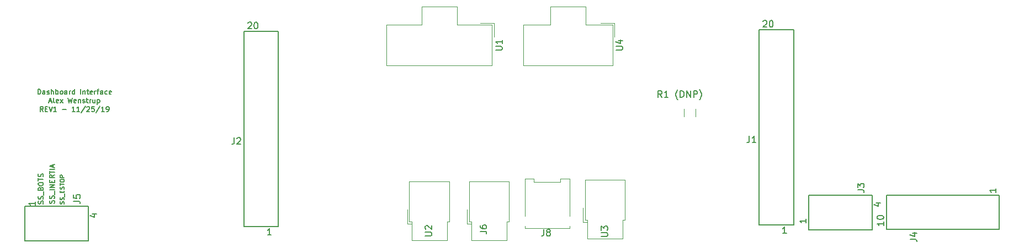
<source format=gto>
G04 #@! TF.GenerationSoftware,KiCad,Pcbnew,5.0.2-bee76a0~70~ubuntu18.04.1*
G04 #@! TF.CreationDate,2019-11-25T08:18:34-05:00*
G04 #@! TF.ProjectId,interface,696e7465-7266-4616-9365-2e6b69636164,rev?*
G04 #@! TF.SameCoordinates,Original*
G04 #@! TF.FileFunction,Legend,Top*
G04 #@! TF.FilePolarity,Positive*
%FSLAX46Y46*%
G04 Gerber Fmt 4.6, Leading zero omitted, Abs format (unit mm)*
G04 Created by KiCad (PCBNEW 5.0.2-bee76a0~70~ubuntu18.04.1) date Mon 25 Nov 2019 08:18:34 AM EST*
%MOMM*%
%LPD*%
G01*
G04 APERTURE LIST*
%ADD10C,0.190500*%
%ADD11C,0.152400*%
%ADD12C,0.120000*%
%ADD13C,0.150000*%
G04 APERTURE END LIST*
D10*
X78221114Y-72849014D02*
X78221114Y-72087014D01*
X78402542Y-72087014D01*
X78511400Y-72123300D01*
X78583971Y-72195871D01*
X78620257Y-72268442D01*
X78656542Y-72413585D01*
X78656542Y-72522442D01*
X78620257Y-72667585D01*
X78583971Y-72740157D01*
X78511400Y-72812728D01*
X78402542Y-72849014D01*
X78221114Y-72849014D01*
X79309685Y-72849014D02*
X79309685Y-72449871D01*
X79273400Y-72377300D01*
X79200828Y-72341014D01*
X79055685Y-72341014D01*
X78983114Y-72377300D01*
X79309685Y-72812728D02*
X79237114Y-72849014D01*
X79055685Y-72849014D01*
X78983114Y-72812728D01*
X78946828Y-72740157D01*
X78946828Y-72667585D01*
X78983114Y-72595014D01*
X79055685Y-72558728D01*
X79237114Y-72558728D01*
X79309685Y-72522442D01*
X79636257Y-72812728D02*
X79708828Y-72849014D01*
X79853971Y-72849014D01*
X79926542Y-72812728D01*
X79962828Y-72740157D01*
X79962828Y-72703871D01*
X79926542Y-72631300D01*
X79853971Y-72595014D01*
X79745114Y-72595014D01*
X79672542Y-72558728D01*
X79636257Y-72486157D01*
X79636257Y-72449871D01*
X79672542Y-72377300D01*
X79745114Y-72341014D01*
X79853971Y-72341014D01*
X79926542Y-72377300D01*
X80289400Y-72849014D02*
X80289400Y-72087014D01*
X80615971Y-72849014D02*
X80615971Y-72449871D01*
X80579685Y-72377300D01*
X80507114Y-72341014D01*
X80398257Y-72341014D01*
X80325685Y-72377300D01*
X80289400Y-72413585D01*
X80978828Y-72849014D02*
X80978828Y-72087014D01*
X80978828Y-72377300D02*
X81051400Y-72341014D01*
X81196542Y-72341014D01*
X81269114Y-72377300D01*
X81305400Y-72413585D01*
X81341685Y-72486157D01*
X81341685Y-72703871D01*
X81305400Y-72776442D01*
X81269114Y-72812728D01*
X81196542Y-72849014D01*
X81051400Y-72849014D01*
X80978828Y-72812728D01*
X81777114Y-72849014D02*
X81704542Y-72812728D01*
X81668257Y-72776442D01*
X81631971Y-72703871D01*
X81631971Y-72486157D01*
X81668257Y-72413585D01*
X81704542Y-72377300D01*
X81777114Y-72341014D01*
X81885971Y-72341014D01*
X81958542Y-72377300D01*
X81994828Y-72413585D01*
X82031114Y-72486157D01*
X82031114Y-72703871D01*
X81994828Y-72776442D01*
X81958542Y-72812728D01*
X81885971Y-72849014D01*
X81777114Y-72849014D01*
X82684257Y-72849014D02*
X82684257Y-72449871D01*
X82647971Y-72377300D01*
X82575400Y-72341014D01*
X82430257Y-72341014D01*
X82357685Y-72377300D01*
X82684257Y-72812728D02*
X82611685Y-72849014D01*
X82430257Y-72849014D01*
X82357685Y-72812728D01*
X82321400Y-72740157D01*
X82321400Y-72667585D01*
X82357685Y-72595014D01*
X82430257Y-72558728D01*
X82611685Y-72558728D01*
X82684257Y-72522442D01*
X83047114Y-72849014D02*
X83047114Y-72341014D01*
X83047114Y-72486157D02*
X83083400Y-72413585D01*
X83119685Y-72377300D01*
X83192257Y-72341014D01*
X83264828Y-72341014D01*
X83845400Y-72849014D02*
X83845400Y-72087014D01*
X83845400Y-72812728D02*
X83772828Y-72849014D01*
X83627685Y-72849014D01*
X83555114Y-72812728D01*
X83518828Y-72776442D01*
X83482542Y-72703871D01*
X83482542Y-72486157D01*
X83518828Y-72413585D01*
X83555114Y-72377300D01*
X83627685Y-72341014D01*
X83772828Y-72341014D01*
X83845400Y-72377300D01*
X84788828Y-72849014D02*
X84788828Y-72087014D01*
X85151685Y-72341014D02*
X85151685Y-72849014D01*
X85151685Y-72413585D02*
X85187971Y-72377300D01*
X85260542Y-72341014D01*
X85369400Y-72341014D01*
X85441971Y-72377300D01*
X85478257Y-72449871D01*
X85478257Y-72849014D01*
X85732257Y-72341014D02*
X86022542Y-72341014D01*
X85841114Y-72087014D02*
X85841114Y-72740157D01*
X85877400Y-72812728D01*
X85949971Y-72849014D01*
X86022542Y-72849014D01*
X86566828Y-72812728D02*
X86494257Y-72849014D01*
X86349114Y-72849014D01*
X86276542Y-72812728D01*
X86240257Y-72740157D01*
X86240257Y-72449871D01*
X86276542Y-72377300D01*
X86349114Y-72341014D01*
X86494257Y-72341014D01*
X86566828Y-72377300D01*
X86603114Y-72449871D01*
X86603114Y-72522442D01*
X86240257Y-72595014D01*
X86929685Y-72849014D02*
X86929685Y-72341014D01*
X86929685Y-72486157D02*
X86965971Y-72413585D01*
X87002257Y-72377300D01*
X87074828Y-72341014D01*
X87147400Y-72341014D01*
X87292542Y-72341014D02*
X87582828Y-72341014D01*
X87401400Y-72849014D02*
X87401400Y-72195871D01*
X87437685Y-72123300D01*
X87510257Y-72087014D01*
X87582828Y-72087014D01*
X88163400Y-72849014D02*
X88163400Y-72449871D01*
X88127114Y-72377300D01*
X88054542Y-72341014D01*
X87909400Y-72341014D01*
X87836828Y-72377300D01*
X88163400Y-72812728D02*
X88090828Y-72849014D01*
X87909400Y-72849014D01*
X87836828Y-72812728D01*
X87800542Y-72740157D01*
X87800542Y-72667585D01*
X87836828Y-72595014D01*
X87909400Y-72558728D01*
X88090828Y-72558728D01*
X88163400Y-72522442D01*
X88852828Y-72812728D02*
X88780257Y-72849014D01*
X88635114Y-72849014D01*
X88562542Y-72812728D01*
X88526257Y-72776442D01*
X88489971Y-72703871D01*
X88489971Y-72486157D01*
X88526257Y-72413585D01*
X88562542Y-72377300D01*
X88635114Y-72341014D01*
X88780257Y-72341014D01*
X88852828Y-72377300D01*
X89469685Y-72812728D02*
X89397114Y-72849014D01*
X89251971Y-72849014D01*
X89179400Y-72812728D01*
X89143114Y-72740157D01*
X89143114Y-72449871D01*
X89179400Y-72377300D01*
X89251971Y-72341014D01*
X89397114Y-72341014D01*
X89469685Y-72377300D01*
X89505971Y-72449871D01*
X89505971Y-72522442D01*
X89143114Y-72595014D01*
X79980971Y-73964800D02*
X80343828Y-73964800D01*
X79908400Y-74182514D02*
X80162400Y-73420514D01*
X80416400Y-74182514D01*
X80779257Y-74182514D02*
X80706685Y-74146228D01*
X80670400Y-74073657D01*
X80670400Y-73420514D01*
X81359828Y-74146228D02*
X81287257Y-74182514D01*
X81142114Y-74182514D01*
X81069542Y-74146228D01*
X81033257Y-74073657D01*
X81033257Y-73783371D01*
X81069542Y-73710800D01*
X81142114Y-73674514D01*
X81287257Y-73674514D01*
X81359828Y-73710800D01*
X81396114Y-73783371D01*
X81396114Y-73855942D01*
X81033257Y-73928514D01*
X81650114Y-74182514D02*
X82049257Y-73674514D01*
X81650114Y-73674514D02*
X82049257Y-74182514D01*
X82847542Y-73420514D02*
X83028971Y-74182514D01*
X83174114Y-73638228D01*
X83319257Y-74182514D01*
X83500685Y-73420514D01*
X84081257Y-74146228D02*
X84008685Y-74182514D01*
X83863542Y-74182514D01*
X83790971Y-74146228D01*
X83754685Y-74073657D01*
X83754685Y-73783371D01*
X83790971Y-73710800D01*
X83863542Y-73674514D01*
X84008685Y-73674514D01*
X84081257Y-73710800D01*
X84117542Y-73783371D01*
X84117542Y-73855942D01*
X83754685Y-73928514D01*
X84444114Y-73674514D02*
X84444114Y-74182514D01*
X84444114Y-73747085D02*
X84480400Y-73710800D01*
X84552971Y-73674514D01*
X84661828Y-73674514D01*
X84734400Y-73710800D01*
X84770685Y-73783371D01*
X84770685Y-74182514D01*
X85097257Y-74146228D02*
X85169828Y-74182514D01*
X85314971Y-74182514D01*
X85387542Y-74146228D01*
X85423828Y-74073657D01*
X85423828Y-74037371D01*
X85387542Y-73964800D01*
X85314971Y-73928514D01*
X85206114Y-73928514D01*
X85133542Y-73892228D01*
X85097257Y-73819657D01*
X85097257Y-73783371D01*
X85133542Y-73710800D01*
X85206114Y-73674514D01*
X85314971Y-73674514D01*
X85387542Y-73710800D01*
X85641542Y-73674514D02*
X85931828Y-73674514D01*
X85750400Y-73420514D02*
X85750400Y-74073657D01*
X85786685Y-74146228D01*
X85859257Y-74182514D01*
X85931828Y-74182514D01*
X86185828Y-74182514D02*
X86185828Y-73674514D01*
X86185828Y-73819657D02*
X86222114Y-73747085D01*
X86258400Y-73710800D01*
X86330971Y-73674514D01*
X86403542Y-73674514D01*
X86984114Y-73674514D02*
X86984114Y-74182514D01*
X86657542Y-73674514D02*
X86657542Y-74073657D01*
X86693828Y-74146228D01*
X86766400Y-74182514D01*
X86875257Y-74182514D01*
X86947828Y-74146228D01*
X86984114Y-74109942D01*
X87346971Y-73674514D02*
X87346971Y-74436514D01*
X87346971Y-73710800D02*
X87419542Y-73674514D01*
X87564685Y-73674514D01*
X87637257Y-73710800D01*
X87673542Y-73747085D01*
X87709828Y-73819657D01*
X87709828Y-74037371D01*
X87673542Y-74109942D01*
X87637257Y-74146228D01*
X87564685Y-74182514D01*
X87419542Y-74182514D01*
X87346971Y-74146228D01*
X79019400Y-75516014D02*
X78765400Y-75153157D01*
X78583971Y-75516014D02*
X78583971Y-74754014D01*
X78874257Y-74754014D01*
X78946828Y-74790300D01*
X78983114Y-74826585D01*
X79019400Y-74899157D01*
X79019400Y-75008014D01*
X78983114Y-75080585D01*
X78946828Y-75116871D01*
X78874257Y-75153157D01*
X78583971Y-75153157D01*
X79345971Y-75116871D02*
X79599971Y-75116871D01*
X79708828Y-75516014D02*
X79345971Y-75516014D01*
X79345971Y-74754014D01*
X79708828Y-74754014D01*
X79926542Y-74754014D02*
X80180542Y-75516014D01*
X80434542Y-74754014D01*
X81087685Y-75516014D02*
X80652257Y-75516014D01*
X80869971Y-75516014D02*
X80869971Y-74754014D01*
X80797400Y-74862871D01*
X80724828Y-74935442D01*
X80652257Y-74971728D01*
X81994828Y-75225728D02*
X82575400Y-75225728D01*
X83917971Y-75516014D02*
X83482542Y-75516014D01*
X83700257Y-75516014D02*
X83700257Y-74754014D01*
X83627685Y-74862871D01*
X83555114Y-74935442D01*
X83482542Y-74971728D01*
X84643685Y-75516014D02*
X84208257Y-75516014D01*
X84425971Y-75516014D02*
X84425971Y-74754014D01*
X84353400Y-74862871D01*
X84280828Y-74935442D01*
X84208257Y-74971728D01*
X85514542Y-74717728D02*
X84861400Y-75697442D01*
X85732257Y-74826585D02*
X85768542Y-74790300D01*
X85841114Y-74754014D01*
X86022542Y-74754014D01*
X86095114Y-74790300D01*
X86131400Y-74826585D01*
X86167685Y-74899157D01*
X86167685Y-74971728D01*
X86131400Y-75080585D01*
X85695971Y-75516014D01*
X86167685Y-75516014D01*
X86857114Y-74754014D02*
X86494257Y-74754014D01*
X86457971Y-75116871D01*
X86494257Y-75080585D01*
X86566828Y-75044300D01*
X86748257Y-75044300D01*
X86820828Y-75080585D01*
X86857114Y-75116871D01*
X86893400Y-75189442D01*
X86893400Y-75370871D01*
X86857114Y-75443442D01*
X86820828Y-75479728D01*
X86748257Y-75516014D01*
X86566828Y-75516014D01*
X86494257Y-75479728D01*
X86457971Y-75443442D01*
X87764257Y-74717728D02*
X87111114Y-75697442D01*
X88417400Y-75516014D02*
X87981971Y-75516014D01*
X88199685Y-75516014D02*
X88199685Y-74754014D01*
X88127114Y-74862871D01*
X88054542Y-74935442D01*
X87981971Y-74971728D01*
X88780257Y-75516014D02*
X88925400Y-75516014D01*
X88997971Y-75479728D01*
X89034257Y-75443442D01*
X89106828Y-75334585D01*
X89143114Y-75189442D01*
X89143114Y-74899157D01*
X89106828Y-74826585D01*
X89070542Y-74790300D01*
X88997971Y-74754014D01*
X88852828Y-74754014D01*
X88780257Y-74790300D01*
X88743971Y-74826585D01*
X88707685Y-74899157D01*
X88707685Y-75080585D01*
X88743971Y-75153157D01*
X88780257Y-75189442D01*
X88852828Y-75225728D01*
X88997971Y-75225728D01*
X89070542Y-75189442D01*
X89106828Y-75153157D01*
X89143114Y-75080585D01*
D11*
X80724828Y-89665628D02*
X80761114Y-89556771D01*
X80761114Y-89375342D01*
X80724828Y-89302771D01*
X80688542Y-89266485D01*
X80615971Y-89230200D01*
X80543400Y-89230200D01*
X80470828Y-89266485D01*
X80434542Y-89302771D01*
X80398257Y-89375342D01*
X80361971Y-89520485D01*
X80325685Y-89593057D01*
X80289400Y-89629342D01*
X80216828Y-89665628D01*
X80144257Y-89665628D01*
X80071685Y-89629342D01*
X80035400Y-89593057D01*
X79999114Y-89520485D01*
X79999114Y-89339057D01*
X80035400Y-89230200D01*
X80724828Y-88939914D02*
X80761114Y-88831057D01*
X80761114Y-88649628D01*
X80724828Y-88577057D01*
X80688542Y-88540771D01*
X80615971Y-88504485D01*
X80543400Y-88504485D01*
X80470828Y-88540771D01*
X80434542Y-88577057D01*
X80398257Y-88649628D01*
X80361971Y-88794771D01*
X80325685Y-88867342D01*
X80289400Y-88903628D01*
X80216828Y-88939914D01*
X80144257Y-88939914D01*
X80071685Y-88903628D01*
X80035400Y-88867342D01*
X79999114Y-88794771D01*
X79999114Y-88613342D01*
X80035400Y-88504485D01*
X80833685Y-88359342D02*
X80833685Y-87778771D01*
X80761114Y-87597342D02*
X79999114Y-87597342D01*
X80761114Y-87234485D02*
X79999114Y-87234485D01*
X80761114Y-86799057D01*
X79999114Y-86799057D01*
X80361971Y-86436200D02*
X80361971Y-86182200D01*
X80761114Y-86073342D02*
X80761114Y-86436200D01*
X79999114Y-86436200D01*
X79999114Y-86073342D01*
X80761114Y-85311342D02*
X80398257Y-85565342D01*
X80761114Y-85746771D02*
X79999114Y-85746771D01*
X79999114Y-85456485D01*
X80035400Y-85383914D01*
X80071685Y-85347628D01*
X80144257Y-85311342D01*
X80253114Y-85311342D01*
X80325685Y-85347628D01*
X80361971Y-85383914D01*
X80398257Y-85456485D01*
X80398257Y-85746771D01*
X79999114Y-85093628D02*
X79999114Y-84658200D01*
X80761114Y-84875914D02*
X79999114Y-84875914D01*
X80761114Y-84404200D02*
X79999114Y-84404200D01*
X80543400Y-84077628D02*
X80543400Y-83714771D01*
X80761114Y-84150200D02*
X79999114Y-83896200D01*
X80761114Y-83642200D01*
X82222823Y-89735780D02*
X82253061Y-89645066D01*
X82253061Y-89493876D01*
X82222823Y-89433400D01*
X82192585Y-89403161D01*
X82132109Y-89372923D01*
X82071633Y-89372923D01*
X82011157Y-89403161D01*
X81980919Y-89433400D01*
X81950680Y-89493876D01*
X81920442Y-89614828D01*
X81890204Y-89675304D01*
X81859966Y-89705542D01*
X81799490Y-89735780D01*
X81739014Y-89735780D01*
X81678538Y-89705542D01*
X81648300Y-89675304D01*
X81618061Y-89614828D01*
X81618061Y-89463638D01*
X81648300Y-89372923D01*
X82222823Y-89131019D02*
X82253061Y-89040304D01*
X82253061Y-88889114D01*
X82222823Y-88828638D01*
X82192585Y-88798400D01*
X82132109Y-88768161D01*
X82071633Y-88768161D01*
X82011157Y-88798400D01*
X81980919Y-88828638D01*
X81950680Y-88889114D01*
X81920442Y-89010066D01*
X81890204Y-89070542D01*
X81859966Y-89100780D01*
X81799490Y-89131019D01*
X81739014Y-89131019D01*
X81678538Y-89100780D01*
X81648300Y-89070542D01*
X81618061Y-89010066D01*
X81618061Y-88858876D01*
X81648300Y-88768161D01*
X82313538Y-88647209D02*
X82313538Y-88163400D01*
X81920442Y-88012209D02*
X81920442Y-87800542D01*
X82253061Y-87709828D02*
X82253061Y-88012209D01*
X81618061Y-88012209D01*
X81618061Y-87709828D01*
X82222823Y-87467923D02*
X82253061Y-87377209D01*
X82253061Y-87226019D01*
X82222823Y-87165542D01*
X82192585Y-87135304D01*
X82132109Y-87105066D01*
X82071633Y-87105066D01*
X82011157Y-87135304D01*
X81980919Y-87165542D01*
X81950680Y-87226019D01*
X81920442Y-87346971D01*
X81890204Y-87407447D01*
X81859966Y-87437685D01*
X81799490Y-87467923D01*
X81739014Y-87467923D01*
X81678538Y-87437685D01*
X81648300Y-87407447D01*
X81618061Y-87346971D01*
X81618061Y-87195780D01*
X81648300Y-87105066D01*
X81618061Y-86923638D02*
X81618061Y-86560780D01*
X82253061Y-86742209D02*
X81618061Y-86742209D01*
X81618061Y-86228161D02*
X81618061Y-86107209D01*
X81648300Y-86046733D01*
X81708776Y-85986257D01*
X81829728Y-85956019D01*
X82041395Y-85956019D01*
X82162347Y-85986257D01*
X82222823Y-86046733D01*
X82253061Y-86107209D01*
X82253061Y-86228161D01*
X82222823Y-86288638D01*
X82162347Y-86349114D01*
X82041395Y-86379352D01*
X81829728Y-86379352D01*
X81708776Y-86349114D01*
X81648300Y-86288638D01*
X81618061Y-86228161D01*
X82253061Y-85683876D02*
X81618061Y-85683876D01*
X81618061Y-85441971D01*
X81648300Y-85381495D01*
X81678538Y-85351257D01*
X81739014Y-85321019D01*
X81829728Y-85321019D01*
X81890204Y-85351257D01*
X81920442Y-85381495D01*
X81950680Y-85441971D01*
X81950680Y-85683876D01*
X79023028Y-89730942D02*
X79059314Y-89622085D01*
X79059314Y-89440657D01*
X79023028Y-89368085D01*
X78986742Y-89331800D01*
X78914171Y-89295514D01*
X78841600Y-89295514D01*
X78769028Y-89331800D01*
X78732742Y-89368085D01*
X78696457Y-89440657D01*
X78660171Y-89585800D01*
X78623885Y-89658371D01*
X78587600Y-89694657D01*
X78515028Y-89730942D01*
X78442457Y-89730942D01*
X78369885Y-89694657D01*
X78333600Y-89658371D01*
X78297314Y-89585800D01*
X78297314Y-89404371D01*
X78333600Y-89295514D01*
X79023028Y-89005228D02*
X79059314Y-88896371D01*
X79059314Y-88714942D01*
X79023028Y-88642371D01*
X78986742Y-88606085D01*
X78914171Y-88569800D01*
X78841600Y-88569800D01*
X78769028Y-88606085D01*
X78732742Y-88642371D01*
X78696457Y-88714942D01*
X78660171Y-88860085D01*
X78623885Y-88932657D01*
X78587600Y-88968942D01*
X78515028Y-89005228D01*
X78442457Y-89005228D01*
X78369885Y-88968942D01*
X78333600Y-88932657D01*
X78297314Y-88860085D01*
X78297314Y-88678657D01*
X78333600Y-88569800D01*
X79131885Y-88424657D02*
X79131885Y-87844085D01*
X78660171Y-87408657D02*
X78696457Y-87299800D01*
X78732742Y-87263514D01*
X78805314Y-87227228D01*
X78914171Y-87227228D01*
X78986742Y-87263514D01*
X79023028Y-87299800D01*
X79059314Y-87372371D01*
X79059314Y-87662657D01*
X78297314Y-87662657D01*
X78297314Y-87408657D01*
X78333600Y-87336085D01*
X78369885Y-87299800D01*
X78442457Y-87263514D01*
X78515028Y-87263514D01*
X78587600Y-87299800D01*
X78623885Y-87336085D01*
X78660171Y-87408657D01*
X78660171Y-87662657D01*
X78297314Y-86755514D02*
X78297314Y-86610371D01*
X78333600Y-86537800D01*
X78406171Y-86465228D01*
X78551314Y-86428942D01*
X78805314Y-86428942D01*
X78950457Y-86465228D01*
X79023028Y-86537800D01*
X79059314Y-86610371D01*
X79059314Y-86755514D01*
X79023028Y-86828085D01*
X78950457Y-86900657D01*
X78805314Y-86936942D01*
X78551314Y-86936942D01*
X78406171Y-86900657D01*
X78333600Y-86828085D01*
X78297314Y-86755514D01*
X78297314Y-86211228D02*
X78297314Y-85775800D01*
X79059314Y-85993514D02*
X78297314Y-85993514D01*
X79023028Y-85558085D02*
X79059314Y-85449228D01*
X79059314Y-85267800D01*
X79023028Y-85195228D01*
X78986742Y-85158942D01*
X78914171Y-85122657D01*
X78841600Y-85122657D01*
X78769028Y-85158942D01*
X78732742Y-85195228D01*
X78696457Y-85267800D01*
X78660171Y-85412942D01*
X78623885Y-85485514D01*
X78587600Y-85521800D01*
X78515028Y-85558085D01*
X78442457Y-85558085D01*
X78369885Y-85521800D01*
X78333600Y-85485514D01*
X78297314Y-85412942D01*
X78297314Y-85231514D01*
X78333600Y-85122657D01*
D12*
G04 #@! TO.C,U4*
X159533600Y-68398000D02*
X166363600Y-68398000D01*
X166363600Y-68398000D02*
X166363600Y-62198000D01*
X166363600Y-62198000D02*
X162243600Y-62198000D01*
X162243600Y-62198000D02*
X162243600Y-59338000D01*
X162243600Y-59338000D02*
X159533600Y-59338000D01*
X159533600Y-68398000D02*
X152703600Y-68398000D01*
X152703600Y-68398000D02*
X152703600Y-62198000D01*
X152703600Y-62198000D02*
X156823600Y-62198000D01*
X156823600Y-62198000D02*
X156823600Y-59338000D01*
X156823600Y-59338000D02*
X159533600Y-59338000D01*
X166663600Y-64048000D02*
X166663600Y-61898000D01*
X166663600Y-61898000D02*
X164533600Y-61898000D01*
G04 #@! TO.C,U2*
X138257600Y-86302600D02*
X135177600Y-86302600D01*
X135177600Y-86302600D02*
X135177600Y-92502600D01*
X135177600Y-92502600D02*
X135547600Y-92502600D01*
X135547600Y-92502600D02*
X135547600Y-95362600D01*
X135547600Y-95362600D02*
X138257600Y-95362600D01*
X138257600Y-86302600D02*
X141337600Y-86302600D01*
X141337600Y-86302600D02*
X141337600Y-92502600D01*
X141337600Y-92502600D02*
X140967600Y-92502600D01*
X140967600Y-92502600D02*
X140967600Y-95362600D01*
X140967600Y-95362600D02*
X138257600Y-95362600D01*
X134877600Y-90652600D02*
X134877600Y-92802600D01*
X134877600Y-92802600D02*
X135547600Y-92802600D01*
D13*
G04 #@! TO.C,J5*
X85921800Y-90136200D02*
X76231800Y-90136200D01*
X85921800Y-95436200D02*
X76231800Y-95436200D01*
X76231800Y-95436200D02*
X76231800Y-90136200D01*
X85921800Y-95436200D02*
X85921800Y-90136200D01*
D12*
G04 #@! TO.C,U3*
X161827000Y-92548600D02*
X162497000Y-92548600D01*
X161827000Y-90398600D02*
X161827000Y-92548600D01*
X167917000Y-95108600D02*
X165207000Y-95108600D01*
X167917000Y-92248600D02*
X167917000Y-95108600D01*
X168287000Y-92248600D02*
X167917000Y-92248600D01*
X168287000Y-86048600D02*
X168287000Y-92248600D01*
X165207000Y-86048600D02*
X168287000Y-86048600D01*
X162497000Y-95108600D02*
X165207000Y-95108600D01*
X162497000Y-92248600D02*
X162497000Y-95108600D01*
X162127000Y-92248600D02*
X162497000Y-92248600D01*
X162127000Y-86048600D02*
X162127000Y-92248600D01*
X165207000Y-86048600D02*
X162127000Y-86048600D01*
G04 #@! TO.C,U1*
X139800000Y-68408800D02*
X147880000Y-68408800D01*
X147880000Y-68408800D02*
X147880000Y-62208800D01*
X147880000Y-62208800D02*
X142510000Y-62208800D01*
X142510000Y-62208800D02*
X142510000Y-59348800D01*
X142510000Y-59348800D02*
X139800000Y-59348800D01*
X139800000Y-68408800D02*
X131720000Y-68408800D01*
X131720000Y-68408800D02*
X131720000Y-62208800D01*
X131720000Y-62208800D02*
X137090000Y-62208800D01*
X137090000Y-62208800D02*
X137090000Y-59348800D01*
X137090000Y-59348800D02*
X139800000Y-59348800D01*
X148180000Y-64058800D02*
X148180000Y-61908800D01*
X148180000Y-61908800D02*
X146050000Y-61908800D01*
D13*
G04 #@! TO.C,J3*
X206165400Y-93734400D02*
X206165400Y-88434400D01*
X196475400Y-93734400D02*
X196475400Y-88434400D01*
X206165400Y-93734400D02*
X196475400Y-93734400D01*
X206165400Y-88434400D02*
X196475400Y-88434400D01*
G04 #@! TO.C,J1*
X194140600Y-62947600D02*
X188840600Y-62947600D01*
X194140600Y-92957600D02*
X188840600Y-92957600D01*
X194140600Y-62947600D02*
X194140600Y-92957600D01*
X188840600Y-62947600D02*
X188840600Y-92957600D01*
G04 #@! TO.C,J2*
X109821200Y-63201600D02*
X109821200Y-93211600D01*
X115121200Y-63201600D02*
X115121200Y-93211600D01*
X115121200Y-93211600D02*
X109821200Y-93211600D01*
X115121200Y-63201600D02*
X109821200Y-63201600D01*
G04 #@! TO.C,J4*
X208362600Y-93683600D02*
X225672600Y-93683600D01*
X208362600Y-88383600D02*
X225672600Y-88383600D01*
X225672600Y-88383600D02*
X225672600Y-93683600D01*
X208362600Y-88383600D02*
X208362600Y-93683600D01*
D12*
G04 #@! TO.C,J6*
X147427000Y-86302600D02*
X144347000Y-86302600D01*
X144347000Y-86302600D02*
X144347000Y-92502600D01*
X144347000Y-92502600D02*
X144717000Y-92502600D01*
X144717000Y-92502600D02*
X144717000Y-95362600D01*
X144717000Y-95362600D02*
X147427000Y-95362600D01*
X147427000Y-86302600D02*
X150507000Y-86302600D01*
X150507000Y-86302600D02*
X150507000Y-92502600D01*
X150507000Y-92502600D02*
X150137000Y-92502600D01*
X150137000Y-92502600D02*
X150137000Y-95362600D01*
X150137000Y-95362600D02*
X147427000Y-95362600D01*
X144047000Y-90652600D02*
X144047000Y-92802600D01*
X144047000Y-92802600D02*
X144717000Y-92802600D01*
G04 #@! TO.C,J8*
X152902000Y-93142800D02*
X152902000Y-93452800D01*
X152902000Y-93452800D02*
X159772000Y-93452800D01*
X159772000Y-93452800D02*
X159772000Y-93142800D01*
X152902000Y-91622800D02*
X152902000Y-85862800D01*
X152902000Y-85862800D02*
X154322000Y-85862800D01*
X154322000Y-85862800D02*
X154322000Y-86362800D01*
X154322000Y-86362800D02*
X158352000Y-86362800D01*
X158352000Y-86362800D02*
X158352000Y-85862800D01*
X158352000Y-85862800D02*
X159772000Y-85862800D01*
X159772000Y-85862800D02*
X159772000Y-91622800D01*
G04 #@! TO.C,R1 (DNP)*
X179086400Y-75081800D02*
X179086400Y-76281800D01*
X177326400Y-76281800D02*
X177326400Y-75081800D01*
G04 #@! TO.C,U4*
D13*
X166905980Y-66059904D02*
X167715504Y-66059904D01*
X167810742Y-66012285D01*
X167858361Y-65964666D01*
X167905980Y-65869428D01*
X167905980Y-65678952D01*
X167858361Y-65583714D01*
X167810742Y-65536095D01*
X167715504Y-65488476D01*
X166905980Y-65488476D01*
X167239314Y-64583714D02*
X167905980Y-64583714D01*
X166858361Y-64821809D02*
X167572647Y-65059904D01*
X167572647Y-64440857D01*
G04 #@! TO.C,U2*
X137639180Y-94654904D02*
X138448704Y-94654904D01*
X138543942Y-94607285D01*
X138591561Y-94559666D01*
X138639180Y-94464428D01*
X138639180Y-94273952D01*
X138591561Y-94178714D01*
X138543942Y-94131095D01*
X138448704Y-94083476D01*
X137639180Y-94083476D01*
X137734419Y-93654904D02*
X137686800Y-93607285D01*
X137639180Y-93512047D01*
X137639180Y-93273952D01*
X137686800Y-93178714D01*
X137734419Y-93131095D01*
X137829657Y-93083476D01*
X137924895Y-93083476D01*
X138067752Y-93131095D01*
X138639180Y-93702523D01*
X138639180Y-93083476D01*
G04 #@! TO.C,J5*
X83704180Y-89309533D02*
X84418466Y-89309533D01*
X84561323Y-89357152D01*
X84656561Y-89452390D01*
X84704180Y-89595247D01*
X84704180Y-89690485D01*
X83704180Y-88357152D02*
X83704180Y-88833342D01*
X84180371Y-88880961D01*
X84132752Y-88833342D01*
X84085133Y-88738104D01*
X84085133Y-88500009D01*
X84132752Y-88404771D01*
X84180371Y-88357152D01*
X84275609Y-88309533D01*
X84513704Y-88309533D01*
X84608942Y-88357152D01*
X84656561Y-88404771D01*
X84704180Y-88500009D01*
X84704180Y-88738104D01*
X84656561Y-88833342D01*
X84608942Y-88880961D01*
X77795380Y-89401685D02*
X77795380Y-89973114D01*
X77795380Y-89687400D02*
X76795380Y-89687400D01*
X76938238Y-89782638D01*
X77033476Y-89877876D01*
X77081095Y-89973114D01*
X86577514Y-91325723D02*
X87244180Y-91325723D01*
X86196561Y-91563819D02*
X86910847Y-91801914D01*
X86910847Y-91182866D01*
G04 #@! TO.C,U3*
X164628580Y-94767304D02*
X165438104Y-94767304D01*
X165533342Y-94719685D01*
X165580961Y-94672066D01*
X165628580Y-94576828D01*
X165628580Y-94386352D01*
X165580961Y-94291114D01*
X165533342Y-94243495D01*
X165438104Y-94195876D01*
X164628580Y-94195876D01*
X164628580Y-93814923D02*
X164628580Y-93195876D01*
X165009533Y-93529209D01*
X165009533Y-93386352D01*
X165057152Y-93291114D01*
X165104771Y-93243495D01*
X165200009Y-93195876D01*
X165438104Y-93195876D01*
X165533342Y-93243495D01*
X165580961Y-93291114D01*
X165628580Y-93386352D01*
X165628580Y-93672066D01*
X165580961Y-93767304D01*
X165533342Y-93814923D01*
G04 #@! TO.C,U1*
X148422380Y-66070704D02*
X149231904Y-66070704D01*
X149327142Y-66023085D01*
X149374761Y-65975466D01*
X149422380Y-65880228D01*
X149422380Y-65689752D01*
X149374761Y-65594514D01*
X149327142Y-65546895D01*
X149231904Y-65499276D01*
X148422380Y-65499276D01*
X149422380Y-64499276D02*
X149422380Y-65070704D01*
X149422380Y-64784990D02*
X148422380Y-64784990D01*
X148565238Y-64880228D01*
X148660476Y-64975466D01*
X148708095Y-65070704D01*
G04 #@! TO.C,J3*
X203947780Y-87607733D02*
X204662066Y-87607733D01*
X204804923Y-87655352D01*
X204900161Y-87750590D01*
X204947780Y-87893447D01*
X204947780Y-87988685D01*
X203947780Y-87226780D02*
X203947780Y-86607733D01*
X204328733Y-86941066D01*
X204328733Y-86798209D01*
X204376352Y-86702971D01*
X204423971Y-86655352D01*
X204519209Y-86607733D01*
X204757304Y-86607733D01*
X204852542Y-86655352D01*
X204900161Y-86702971D01*
X204947780Y-86798209D01*
X204947780Y-87083923D01*
X204900161Y-87179161D01*
X204852542Y-87226780D01*
X206821114Y-89623923D02*
X207487780Y-89623923D01*
X206440161Y-89862019D02*
X207154447Y-90100114D01*
X207154447Y-89481066D01*
X196057780Y-92068685D02*
X196057780Y-92640114D01*
X196057780Y-92354400D02*
X195057780Y-92354400D01*
X195200638Y-92449638D01*
X195295876Y-92544876D01*
X195343495Y-92640114D01*
G04 #@! TO.C,J1*
X187347266Y-79309980D02*
X187347266Y-80024266D01*
X187299647Y-80167123D01*
X187204409Y-80262361D01*
X187061552Y-80309980D01*
X186966314Y-80309980D01*
X188347266Y-80309980D02*
X187775838Y-80309980D01*
X188061552Y-80309980D02*
X188061552Y-79309980D01*
X187966314Y-79452838D01*
X187871076Y-79548076D01*
X187775838Y-79595695D01*
X189458695Y-61625219D02*
X189506314Y-61577600D01*
X189601552Y-61529980D01*
X189839647Y-61529980D01*
X189934885Y-61577600D01*
X189982504Y-61625219D01*
X190030123Y-61720457D01*
X190030123Y-61815695D01*
X189982504Y-61958552D01*
X189411076Y-62529980D01*
X190030123Y-62529980D01*
X190649171Y-61529980D02*
X190744409Y-61529980D01*
X190839647Y-61577600D01*
X190887266Y-61625219D01*
X190934885Y-61720457D01*
X190982504Y-61910933D01*
X190982504Y-62149028D01*
X190934885Y-62339504D01*
X190887266Y-62434742D01*
X190839647Y-62482361D01*
X190744409Y-62529980D01*
X190649171Y-62529980D01*
X190553933Y-62482361D01*
X190506314Y-62434742D01*
X190458695Y-62339504D01*
X190411076Y-62149028D01*
X190411076Y-61910933D01*
X190458695Y-61720457D01*
X190506314Y-61625219D01*
X190553933Y-61577600D01*
X190649171Y-61529980D01*
X193046314Y-94279980D02*
X192474885Y-94279980D01*
X192760600Y-94279980D02*
X192760600Y-93279980D01*
X192665361Y-93422838D01*
X192570123Y-93518076D01*
X192474885Y-93565695D01*
G04 #@! TO.C,J2*
X108327866Y-79563980D02*
X108327866Y-80278266D01*
X108280247Y-80421123D01*
X108185009Y-80516361D01*
X108042152Y-80563980D01*
X107946914Y-80563980D01*
X108756438Y-79659219D02*
X108804057Y-79611600D01*
X108899295Y-79563980D01*
X109137390Y-79563980D01*
X109232628Y-79611600D01*
X109280247Y-79659219D01*
X109327866Y-79754457D01*
X109327866Y-79849695D01*
X109280247Y-79992552D01*
X108708819Y-80563980D01*
X109327866Y-80563980D01*
X114026914Y-94533980D02*
X113455485Y-94533980D01*
X113741200Y-94533980D02*
X113741200Y-93533980D01*
X113645961Y-93676838D01*
X113550723Y-93772076D01*
X113455485Y-93819695D01*
X110439295Y-61879219D02*
X110486914Y-61831600D01*
X110582152Y-61783980D01*
X110820247Y-61783980D01*
X110915485Y-61831600D01*
X110963104Y-61879219D01*
X111010723Y-61974457D01*
X111010723Y-62069695D01*
X110963104Y-62212552D01*
X110391676Y-62783980D01*
X111010723Y-62783980D01*
X111629771Y-61783980D02*
X111725009Y-61783980D01*
X111820247Y-61831600D01*
X111867866Y-61879219D01*
X111915485Y-61974457D01*
X111963104Y-62164933D01*
X111963104Y-62403028D01*
X111915485Y-62593504D01*
X111867866Y-62688742D01*
X111820247Y-62736361D01*
X111725009Y-62783980D01*
X111629771Y-62783980D01*
X111534533Y-62736361D01*
X111486914Y-62688742D01*
X111439295Y-62593504D01*
X111391676Y-62403028D01*
X111391676Y-62164933D01*
X111439295Y-61974457D01*
X111486914Y-61879219D01*
X111534533Y-61831600D01*
X111629771Y-61783980D01*
G04 #@! TO.C,J4*
X212024980Y-95176933D02*
X212739266Y-95176933D01*
X212882123Y-95224552D01*
X212977361Y-95319790D01*
X213024980Y-95462647D01*
X213024980Y-95557885D01*
X212358314Y-94272171D02*
X213024980Y-94272171D01*
X211977361Y-94510266D02*
X212691647Y-94748361D01*
X212691647Y-94129314D01*
X225191580Y-87395085D02*
X225191580Y-87966514D01*
X225191580Y-87680800D02*
X224191580Y-87680800D01*
X224334438Y-87776038D01*
X224429676Y-87871276D01*
X224477295Y-87966514D01*
X207944980Y-92494076D02*
X207944980Y-93065504D01*
X207944980Y-92779790D02*
X206944980Y-92779790D01*
X207087838Y-92875028D01*
X207183076Y-92970266D01*
X207230695Y-93065504D01*
X206944980Y-91875028D02*
X206944980Y-91779790D01*
X206992600Y-91684552D01*
X207040219Y-91636933D01*
X207135457Y-91589314D01*
X207325933Y-91541695D01*
X207564028Y-91541695D01*
X207754504Y-91589314D01*
X207849742Y-91636933D01*
X207897361Y-91684552D01*
X207944980Y-91779790D01*
X207944980Y-91875028D01*
X207897361Y-91970266D01*
X207849742Y-92017885D01*
X207754504Y-92065504D01*
X207564028Y-92113123D01*
X207325933Y-92113123D01*
X207135457Y-92065504D01*
X207040219Y-92017885D01*
X206992600Y-91970266D01*
X206944980Y-91875028D01*
G04 #@! TO.C,J6*
X146035780Y-93983133D02*
X146750066Y-93983133D01*
X146892923Y-94030752D01*
X146988161Y-94125990D01*
X147035780Y-94268847D01*
X147035780Y-94364085D01*
X146035780Y-93078371D02*
X146035780Y-93268847D01*
X146083400Y-93364085D01*
X146131019Y-93411704D01*
X146273876Y-93506942D01*
X146464352Y-93554561D01*
X146845304Y-93554561D01*
X146940542Y-93506942D01*
X146988161Y-93459323D01*
X147035780Y-93364085D01*
X147035780Y-93173609D01*
X146988161Y-93078371D01*
X146940542Y-93030752D01*
X146845304Y-92983133D01*
X146607209Y-92983133D01*
X146511971Y-93030752D01*
X146464352Y-93078371D01*
X146416733Y-93173609D01*
X146416733Y-93364085D01*
X146464352Y-93459323D01*
X146511971Y-93506942D01*
X146607209Y-93554561D01*
G04 #@! TO.C,J8*
X155825866Y-93686380D02*
X155825866Y-94400666D01*
X155778247Y-94543523D01*
X155683009Y-94638761D01*
X155540152Y-94686380D01*
X155444914Y-94686380D01*
X156444914Y-94114952D02*
X156349676Y-94067333D01*
X156302057Y-94019714D01*
X156254438Y-93924476D01*
X156254438Y-93876857D01*
X156302057Y-93781619D01*
X156349676Y-93734000D01*
X156444914Y-93686380D01*
X156635390Y-93686380D01*
X156730628Y-93734000D01*
X156778247Y-93781619D01*
X156825866Y-93876857D01*
X156825866Y-93924476D01*
X156778247Y-94019714D01*
X156730628Y-94067333D01*
X156635390Y-94114952D01*
X156444914Y-94114952D01*
X156349676Y-94162571D01*
X156302057Y-94210190D01*
X156254438Y-94305428D01*
X156254438Y-94495904D01*
X156302057Y-94591142D01*
X156349676Y-94638761D01*
X156444914Y-94686380D01*
X156635390Y-94686380D01*
X156730628Y-94638761D01*
X156778247Y-94591142D01*
X156825866Y-94495904D01*
X156825866Y-94305428D01*
X156778247Y-94210190D01*
X156730628Y-94162571D01*
X156635390Y-94114952D01*
G04 #@! TO.C,R1 (DNP)*
X173944304Y-73324980D02*
X173610971Y-72848790D01*
X173372876Y-73324980D02*
X173372876Y-72324980D01*
X173753828Y-72324980D01*
X173849066Y-72372600D01*
X173896685Y-72420219D01*
X173944304Y-72515457D01*
X173944304Y-72658314D01*
X173896685Y-72753552D01*
X173849066Y-72801171D01*
X173753828Y-72848790D01*
X173372876Y-72848790D01*
X174896685Y-73324980D02*
X174325257Y-73324980D01*
X174610971Y-73324980D02*
X174610971Y-72324980D01*
X174515733Y-72467838D01*
X174420495Y-72563076D01*
X174325257Y-72610695D01*
X176372876Y-73705933D02*
X176325257Y-73658314D01*
X176230019Y-73515457D01*
X176182400Y-73420219D01*
X176134780Y-73277361D01*
X176087161Y-73039266D01*
X176087161Y-72848790D01*
X176134780Y-72610695D01*
X176182400Y-72467838D01*
X176230019Y-72372600D01*
X176325257Y-72229742D01*
X176372876Y-72182123D01*
X176753828Y-73324980D02*
X176753828Y-72324980D01*
X176991923Y-72324980D01*
X177134780Y-72372600D01*
X177230019Y-72467838D01*
X177277638Y-72563076D01*
X177325257Y-72753552D01*
X177325257Y-72896409D01*
X177277638Y-73086885D01*
X177230019Y-73182123D01*
X177134780Y-73277361D01*
X176991923Y-73324980D01*
X176753828Y-73324980D01*
X177753828Y-73324980D02*
X177753828Y-72324980D01*
X178325257Y-73324980D01*
X178325257Y-72324980D01*
X178801447Y-73324980D02*
X178801447Y-72324980D01*
X179182400Y-72324980D01*
X179277638Y-72372600D01*
X179325257Y-72420219D01*
X179372876Y-72515457D01*
X179372876Y-72658314D01*
X179325257Y-72753552D01*
X179277638Y-72801171D01*
X179182400Y-72848790D01*
X178801447Y-72848790D01*
X179706209Y-73705933D02*
X179753828Y-73658314D01*
X179849066Y-73515457D01*
X179896685Y-73420219D01*
X179944304Y-73277361D01*
X179991923Y-73039266D01*
X179991923Y-72848790D01*
X179944304Y-72610695D01*
X179896685Y-72467838D01*
X179849066Y-72372600D01*
X179753828Y-72229742D01*
X179706209Y-72182123D01*
G04 #@! TD*
M02*

</source>
